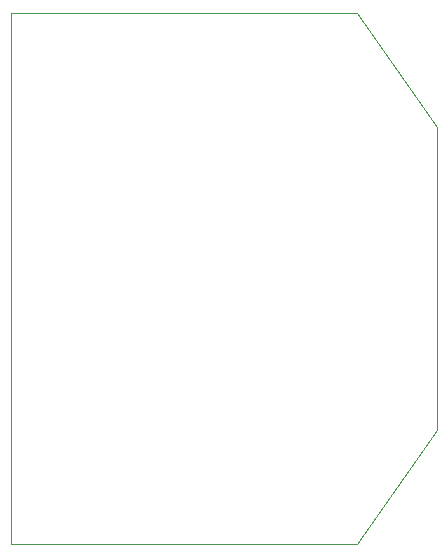
<source format=gbr>
%TF.GenerationSoftware,KiCad,Pcbnew,9.0.4*%
%TF.CreationDate,2025-12-10T09:51:26+01:00*%
%TF.ProjectId,SB_Mod_SR04,53425f4d-6f64-45f5-9352-30342e6b6963,rev?*%
%TF.SameCoordinates,Original*%
%TF.FileFunction,Profile,NP*%
%FSLAX46Y46*%
G04 Gerber Fmt 4.6, Leading zero omitted, Abs format (unit mm)*
G04 Created by KiCad (PCBNEW 9.0.4) date 2025-12-10 09:51:26*
%MOMM*%
%LPD*%
G01*
G04 APERTURE LIST*
%TA.AperFunction,Profile*%
%ADD10C,0.050000*%
%TD*%
G04 APERTURE END LIST*
D10*
X100203000Y-75656000D02*
X129470000Y-75656000D01*
X129470000Y-75656000D02*
X136270000Y-85270000D01*
X136270000Y-85270000D02*
X136270000Y-110945000D01*
X100203000Y-75656000D02*
X100203000Y-120650000D01*
X136270000Y-110945000D02*
X129470000Y-120650000D01*
X100203000Y-120650000D02*
X129470000Y-120650000D01*
M02*

</source>
